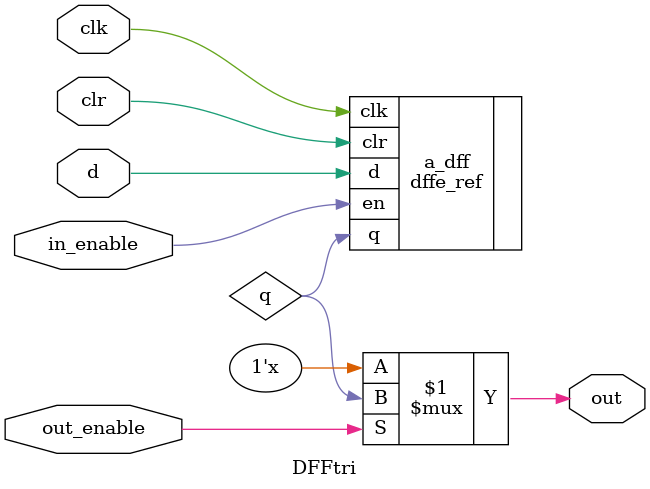
<source format=v>
module DFFtri(out, d, clk, clr, in_enable, out_enable);
    input d, clk, clr, in_enable, out_enable;
    output out;
    wire q;

    dffe_ref a_dff(.q(q), .d(d), .clk(clk), .en(in_enable), .clr(clr));

    assign out = out_enable ? q : 1'bz;
endmodule
</source>
